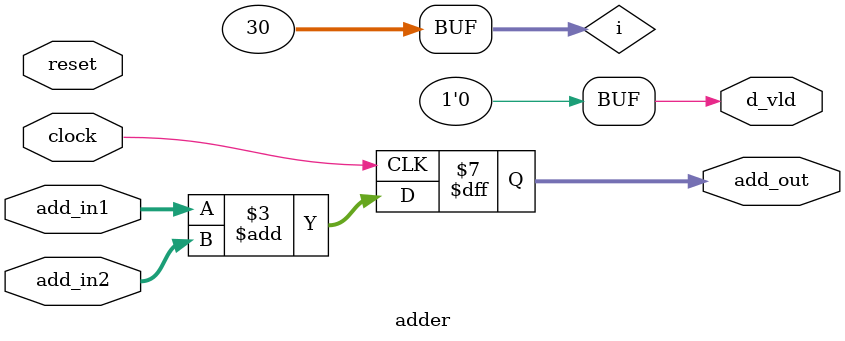
<source format=v>
module adder(clock,reset,add_in1,add_in2,add_out,d_vld);

input wire clock;
input wire reset;
input wire [3:0] add_in1;
input wire [3:0] add_in2;
output reg [4:0] add_out;
output reg d_vld= 1'b0;
integer i=0;

always @(posedge clock)
	begin
		add_out <= add_in1 + add_in2;

	end
/*
always @(posedge clock)
	begin
	if(!reset)
		begin
			add_out <=5'b00111;
		end
	end
*/

always @(*)
begin
		for (i=0;i<30;i++)
		begin
			if (i==30) begin
			d_vld = 1'b1;
			end
		end
end
endmodule

</source>
